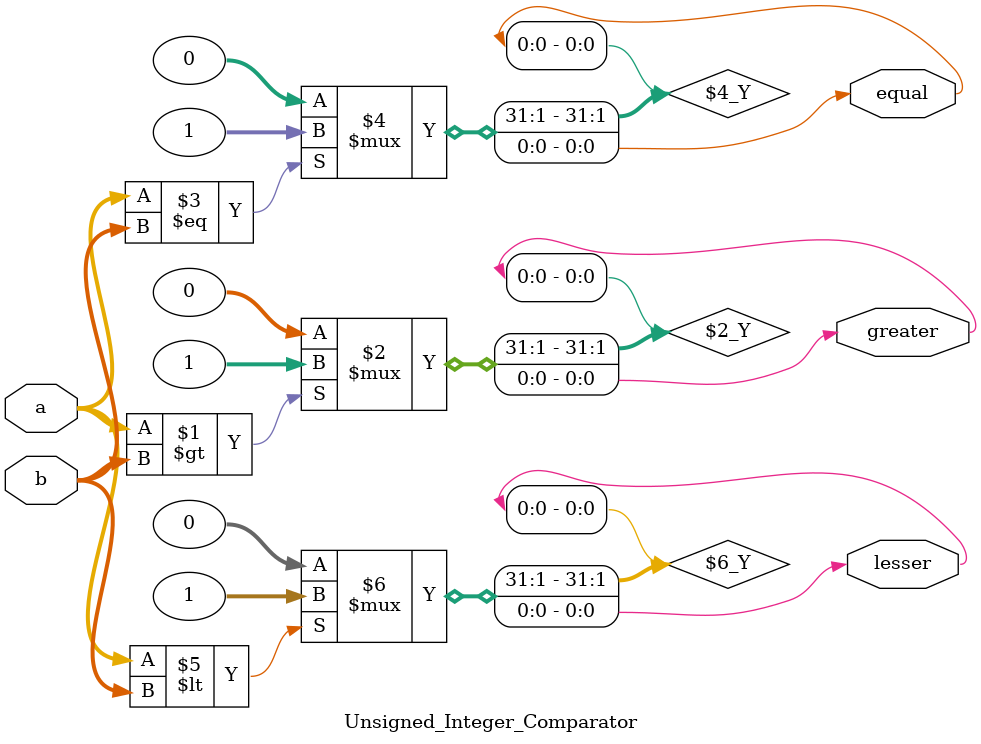
<source format=v>
module Unsigned_Integer_Comparator #(parameter N=8)(input [N-1:0]a,b, output greater,equal,lesser);

assign greater=a>b?1:0;
assign equal=(a==b)?1:0;
assign lesser=a<b?1:0;
endmodule
</source>
